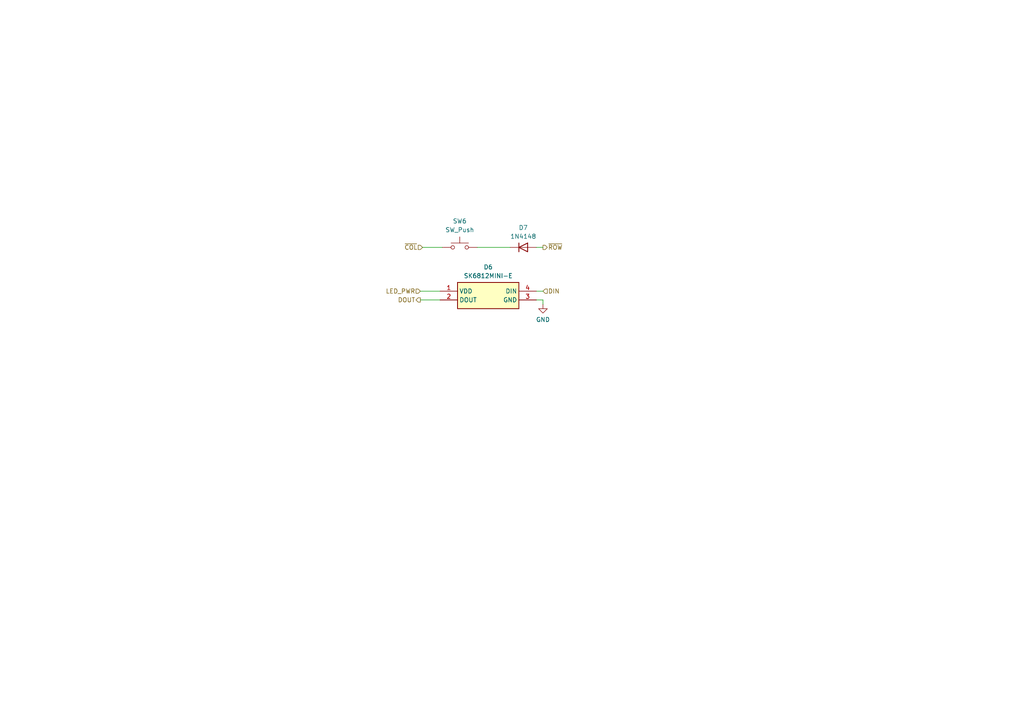
<source format=kicad_sch>
(kicad_sch (version 20230121) (generator eeschema)
  (paper "A4")
  (lib_symbols
    (symbol "Diode:1N4007" (pin_numbers hide) (pin_names hide)
      (property "Reference" "D" (at 0 2.54 0))
      (property "Value" "1N4007" (at 0 -2.54 0))
      (symbol "1N4007_0_1"
        (polyline (pts (xy -1.27 1.27) (xy -1.27 -1.27)) (stroke (width 0.254)))
        (polyline (pts (xy 1.27 0) (xy -1.27 0)))
        (polyline (pts (xy 1.27 1.27) (xy 1.27 -1.27) (xy -1.27 0) (xy 1.27 1.27)) (stroke (width 0.254)))
      )
      (symbol "1N4007_1_1"
        (pin passive line (at -3.81 0 0) (length 2.54) (name "K") (number "1"))
        (pin passive line (at 3.81 0 180) (length 2.54) (name "A") (number "2"))
      )
    )
    (symbol "SK6812MINI-E:SK6812MINI-E"
      (property "Reference" "D" (at 24.13 7.62 0))
      (property "Value" "SK6812MINI-E" (at 24.13 5.08 0))
      (symbol "SK6812MINI-E_1_1"
        (rectangle (start 5.08 2.54) (end 22.86 -5.08) (stroke (width 0.254)) (fill (type background)))
        (pin passive line (at 0 0 0) (length 5.08) (name "VDD") (number "1"))
        (pin passive line (at 0 -2.54 0) (length 5.08) (name "DOUT") (number "2"))
        (pin passive line (at 27.94 -2.54 180) (length 5.08) (name "GND") (number "3"))
        (pin passive line (at 27.94 0 180) (length 5.08) (name "DIN") (number "4"))
      )
    )
    (symbol "Switch:SW_Push" (pin_numbers hide) (pin_names (offset 1.016) hide)
      (property "Reference" "SW" (at 1.27 2.54 0))
      (property "Value" "SW_Push" (at 0 -1.524 0))
      (symbol "SW_Push_0_1"
        (circle (center -2.032 0) (radius 0.508))
        (polyline (pts (xy 0 1.27) (xy 0 3.048)))
        (polyline (pts (xy 2.54 1.27) (xy -2.54 1.27)))
        (circle (center 2.032 0) (radius 0.508))
        (pin passive line (at -5.08 0 0) (length 2.54) (name "1") (number "1"))
        (pin passive line (at 5.08 0 180) (length 2.54) (name "2") (number "2"))
      )
    )
    (symbol "power:GND" (power) (pin_names (offset 0))
      (property "Value" "GND" (at 0 -3.81 0))
      (symbol "GND_0_1"
        (polyline (pts (xy 0 0) (xy 0 -1.27) (xy 1.27 -1.27) (xy 0 -2.54) (xy -1.27 -1.27) (xy 0 -1.27)))
      )
      (symbol "GND_1_1"
        (pin power_in line (at 0 0 270) (length 0) hide (name "GND") (number "1"))
      )
    )
  )
  (wire (pts (xy 122.555 71.755) (xy 128.27 71.755)))
  (wire (pts (xy 155.575 71.755) (xy 157.48 71.755)))
  (wire (pts (xy 138.43 71.755) (xy 147.955 71.755)))
  (wire (pts (xy 155.575 86.995) (xy 157.48 86.995)))
  (wire (pts (xy 121.92 84.455) (xy 127.635 84.455)))
  (wire (pts (xy 121.92 86.995) (xy 127.635 86.995)))
  (wire (pts (xy 157.48 86.995) (xy 157.48 88.265)))
  (wire (pts (xy 155.575 84.455) (xy 157.48 84.455)))
  (hierarchical_label "~{ROW}" (shape output) (at 157.48 71.755 0))
  (hierarchical_label "DOUT" (shape output) (at 121.92 86.995 180))
  (hierarchical_label "LED_PWR" (shape input) (at 121.92 84.455 180))
  (hierarchical_label "~{COL}" (shape input) (at 122.555 71.755 180))
  (hierarchical_label "DIN" (shape input) (at 157.48 84.455 0))
  (symbol (lib_id "SK6812MINI-E:SK6812MINI-E") (at 127.635 84.455 0) (unit 1)
    (property "Reference" "D6" (at 141.605 77.47 0))
    (property "Value" "SK6812MINI-E" (at 141.605 80.01 0))
    (property "Footprint" "SK6812MINI-E:SK6812MINI-E_Double" (effects hide))
    (property "Datasheet" "http://yushakobo.jp/ds/YS-SK6812MINI-E.pdf" (effects hide))
    (property "Height" "1.88" (effects hide))
    (property "Manufacturer_Name" "Yellow Stone Corp." (effects hide))
    (property "Manufacturer_Part_Number" "SK6812MINI-E" (effects hide))
    (instances (project "DodoKeyboard" (path "" (reference "D6") (unit 1)) (path "" (reference "D54") (unit 1)) (path "" (reference "D52") (unit 1)) (path "" (reference "D50") (unit 1)) (path "" (reference "D48") (unit 1)) (path "" (reference "D46") (unit 1)) (path "" (reference "D44") (unit 1)) (path "" (reference "D42") (unit 1)) (path "" (reference "D40") (unit 1)) (path "" (reference "D12") (unit 1)) (path "" (reference "D38") (unit 1)) (path "" (reference "D56") (unit 1)) (path "" (reference "D60") (unit 1)) (path "" (reference "D10") (unit 1)) (path "" (reference "D8") (unit 1)) (path "" (reference "D36") (unit 1)) (path "" (reference "D4") (unit 1)) (path "" (reference "D2") (unit 1)) (path "" (reference "D58") (unit 1)) (path "" (reference "D14") (unit 1)) (path "" (reference "D16") (unit 1)) (path "" (reference "D18") (unit 1)) (path "" (reference "D20") (unit 1)) (path "" (reference "D22") (unit 1)) (path "" (reference "D24") (unit 1)) (path "" (reference "D26") (unit 1)) (path "" (reference "D28") (unit 1)) (path "" (reference "D30") (unit 1)) (path "" (reference "D32") (unit 1)) (path "" (reference "D34") (unit 1))))
  )
  (symbol (lib_id "Diode:1N4007") (at 151.765 71.755 0) (unit 1)
    (property "Reference" "D7" (at 151.765 66.04 0))
    (property "Value" "1N4148" (at 151.765 68.58 0))
    (property "Footprint" "Diode_Custom:D_SOD-123_Double" (effects hide))
    (property "Datasheet" "http://www.vishay.com/docs/88503/1n4001.pdf" (effects hide))
    (property "Sim.Device" "D" (effects hide))
    (property "Sim.Pins" "1=K 2=A" (effects hide))
    (instances (project "DodoKeyboard" (path "" (reference "D7") (unit 1)) (path "" (reference "D55") (unit 1)) (path "" (reference "D53") (unit 1)) (path "" (reference "D51") (unit 1)) (path "" (reference "D49") (unit 1)) (path "" (reference "D47") (unit 1)) (path "" (reference "D45") (unit 1)) (path "" (reference "D43") (unit 1)) (path "" (reference "D41") (unit 1)) (path "" (reference "D13") (unit 1)) (path "" (reference "D39") (unit 1)) (path "" (reference "D57") (unit 1)) (path "" (reference "D61") (unit 1)) (path "" (reference "D11") (unit 1)) (path "" (reference "D9") (unit 1)) (path "" (reference "D37") (unit 1)) (path "" (reference "D5") (unit 1)) (path "" (reference "D3") (unit 1)) (path "" (reference "D59") (unit 1)) (path "" (reference "D15") (unit 1)) (path "" (reference "D17") (unit 1)) (path "" (reference "D19") (unit 1)) (path "" (reference "D21") (unit 1)) (path "" (reference "D23") (unit 1)) (path "" (reference "D25") (unit 1)) (path "" (reference "D27") (unit 1)) (path "" (reference "D29") (unit 1)) (path "" (reference "D31") (unit 1)) (path "" (reference "D33") (unit 1)) (path "" (reference "D35") (unit 1))))
  )
  (symbol (lib_id "power:GND") (at 157.48 88.265 0) (unit 1)
    (property "Reference" "#PWR025" (effects hide))
    (property "Value" "GND" (at 157.48 92.71 0))
    (instances (project "DodoKeyboard" (path "" (reference "#PWR025") (unit 1)) (path "" (reference "#PWR049") (unit 1)) (path "" (reference "#PWR048") (unit 1)) (path "" (reference "#PWR047") (unit 1)) (path "" (reference "#PWR046") (unit 1)) (path "" (reference "#PWR045") (unit 1)) (path "" (reference "#PWR044") (unit 1)) (path "" (reference "#PWR043") (unit 1)) (path "" (reference "#PWR042") (unit 1)) (path "" (reference "#PWR028") (unit 1)) (path "" (reference "#PWR041") (unit 1)) (path "" (reference "#PWR050") (unit 1)) (path "" (reference "#PWR052") (unit 1)) (path "" (reference "#PWR027") (unit 1)) (path "" (reference "#PWR026") (unit 1)) (path "" (reference "#PWR040") (unit 1)) (path "" (reference "#PWR024") (unit 1)) (path "" (reference "#PWR023") (unit 1)) (path "" (reference "#PWR051") (unit 1)) (path "" (reference "#PWR029") (unit 1)) (path "" (reference "#PWR030") (unit 1)) (path "" (reference "#PWR031") (unit 1)) (path "" (reference "#PWR032") (unit 1)) (path "" (reference "#PWR033") (unit 1)) (path "" (reference "#PWR034") (unit 1)) (path "" (reference "#PWR035") (unit 1)) (path "" (reference "#PWR036") (unit 1)) (path "" (reference "#PWR037") (unit 1)) (path "" (reference "#PWR038") (unit 1)) (path "" (reference "#PWR039") (unit 1))))
  )
  (symbol (lib_id "Switch:SW_Push") (at 133.35 71.755 0) (unit 1)
    (property "Reference" "SW6" (at 133.35 64.135 0))
    (property "Value" "SW_Push" (at 133.35 66.675 0))
    (property "Footprint" "Keyswitch_Custom:SW_Kailh_Choc_V1_1.00u_Double" (effects hide))
    (instances (project "DodoKeyboard" (path "" (reference "SW6") (unit 1)) (path "" (reference "SW30") (unit 1)) (path "" (reference "SW29") (unit 1)) (path "" (reference "SW28") (unit 1)) (path "" (reference "SW27") (unit 1)) (path "" (reference "SW26") (unit 1)) (path "" (reference "SW25") (unit 1)) (path "" (reference "SW24") (unit 1)) (path "" (reference "SW23") (unit 1)) (path "" (reference "SW9") (unit 1)) (path "" (reference "SW22") (unit 1)) (path "" (reference "SW31") (unit 1)) (path "" (reference "SW33") (unit 1)) (path "" (reference "SW8") (unit 1)) (path "" (reference "SW7") (unit 1)) (path "" (reference "SW21") (unit 1)) (path "" (reference "SW5") (unit 1)) (path "" (reference "SW4") (unit 1)) (path "" (reference "SW32") (unit 1)) (path "" (reference "SW10") (unit 1)) (path "" (reference "SW11") (unit 1)) (path "" (reference "SW12") (unit 1)) (path "" (reference "SW13") (unit 1)) (path "" (reference "SW14") (unit 1)) (path "" (reference "SW15") (unit 1)) (path "" (reference "SW16") (unit 1)) (path "" (reference "SW17") (unit 1)) (path "" (reference "SW18") (unit 1)) (path "" (reference "SW19") (unit 1)) (path "" (reference "SW20") (unit 1))))
  )
)
</source>
